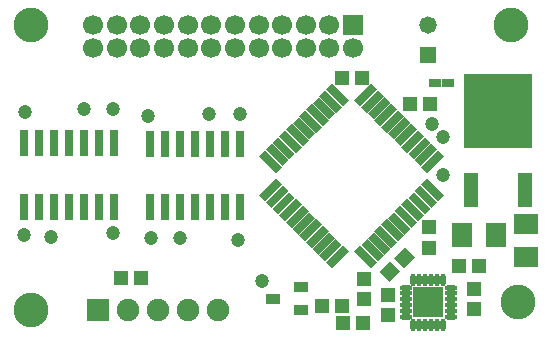
<source format=gbr>
G04 DipTrace 2.4.0.2*
%INTopMask.gbr*%
%MOIN*%
%ADD32R,0.0669X0.0669*%
%ADD33C,0.0669*%
%ADD36C,0.0472*%
%ADD46C,0.116*%
%ADD52R,0.0315X0.0866*%
%ADD54R,0.1043X0.1043*%
%ADD56O,0.0413X0.0197*%
%ADD58O,0.0197X0.0413*%
%ADD60R,0.2264X0.25*%
%ADD62R,0.0472X0.1161*%
%ADD66R,0.0492X0.0335*%
%ADD68C,0.0748*%
%ADD70R,0.0748X0.0748*%
%ADD74R,0.0394X0.0315*%
%ADD76R,0.0579X0.0579*%
%ADD78C,0.0579*%
%ADD80R,0.0787X0.0709*%
%ADD82R,0.0709X0.0787*%
%ADD84R,0.0472X0.0512*%
%ADD86R,0.0512X0.0472*%
%FSLAX44Y44*%
G04*
G70*
G90*
G75*
G01*
%LNTopMask*%
%LPD*%
D86*
X15578Y12905D3*
X16247D3*
D84*
X18479Y7264D3*
Y7934D3*
X19962Y5225D3*
Y5894D3*
D86*
X15599Y4748D3*
X16268D3*
D84*
X17098Y5000D3*
Y5669D3*
X16306Y5556D3*
Y6225D3*
D82*
X20687Y7687D3*
X19585D3*
D80*
X21687Y6937D3*
Y8039D3*
D78*
X18437Y14687D3*
D76*
Y13687D3*
D74*
X19096Y12738D3*
X18663D3*
D46*
X5187Y14687D3*
X21187D3*
X21437Y5437D3*
X5187Y5187D3*
D32*
X15937Y14687D3*
D33*
X15150D3*
X14362D3*
X13575D3*
X12787D3*
X12000D3*
X11213D3*
X10425D3*
X9638D3*
X8850D3*
X8063D3*
X7276D3*
Y13900D3*
X8063D3*
X8850D3*
X9638D3*
X10425D3*
X11213D3*
X12000D3*
X12787D3*
X13575D3*
X14362D3*
X15150D3*
X15937D3*
D70*
X7437Y5187D3*
D68*
X8437D3*
X9437D3*
X10437D3*
X11437D3*
D66*
X14187D3*
Y5935D3*
X13281Y5561D3*
D86*
X17842Y12041D3*
X18511D3*
X8883Y6255D3*
X8214D3*
X15562Y5312D3*
X14893D3*
G36*
X17630Y6587D2*
X17296Y6921D1*
X17658Y7283D1*
X17992Y6949D1*
X17630Y6587D1*
G37*
G36*
X17157Y6114D2*
X16823Y6448D1*
X17185Y6810D1*
X17519Y6476D1*
X17157Y6114D1*
G37*
D86*
X19455Y6642D3*
X20125D3*
D36*
X18562Y11375D3*
X18937Y10937D3*
X12906Y6163D3*
X4987Y11794D3*
X7928Y7745D3*
X9119Y11635D3*
X12105Y7502D3*
X18937Y9687D3*
X10184Y7584D3*
X11151Y11709D3*
X5868Y7616D3*
X6973Y11878D3*
X7927Y11868D3*
X4982Y7675D3*
X12176Y11707D3*
X9205Y7593D3*
G36*
X13006Y8811D2*
X12811Y9006D1*
X13368Y9563D1*
X13563Y9368D1*
X13006Y8811D1*
G37*
G36*
X13229Y8588D2*
X13034Y8783D1*
X13591Y9340D1*
X13786Y9145D1*
X13229Y8588D1*
G37*
G36*
X13451Y8366D2*
X13257Y8561D1*
X13813Y9117D1*
X14008Y8923D1*
X13451Y8366D1*
G37*
G36*
X13674Y8143D2*
X13479Y8338D1*
X14036Y8895D1*
X14231Y8700D1*
X13674Y8143D1*
G37*
G36*
X13897Y7920D2*
X13702Y8115D1*
X14259Y8672D1*
X14454Y8477D1*
X13897Y7920D1*
G37*
G36*
X14120Y7698D2*
X13925Y7892D1*
X14482Y8449D1*
X14676Y8254D1*
X14120Y7698D1*
G37*
G36*
X14342Y7475D2*
X14147Y7670D1*
X14704Y8227D1*
X14899Y8032D1*
X14342Y7475D1*
G37*
G36*
X14565Y7252D2*
X14370Y7447D1*
X14927Y8004D1*
X15122Y7809D1*
X14565Y7252D1*
G37*
G36*
X14788Y7029D2*
X14593Y7224D1*
X15150Y7781D1*
X15345Y7586D1*
X14788Y7029D1*
G37*
G36*
X15010Y6807D2*
X14816Y7002D1*
X15372Y7558D1*
X15567Y7364D1*
X15010Y6807D1*
G37*
G36*
X15233Y6584D2*
X15038Y6779D1*
X15595Y7336D1*
X15790Y7141D1*
X15233Y6584D1*
G37*
G36*
X15985Y7141D2*
X16180Y7336D1*
X16736Y6779D1*
X16542Y6584D1*
X15985Y7141D1*
G37*
G36*
X16208Y7364D2*
X16402Y7558D1*
X16959Y7002D1*
X16764Y6807D1*
X16208Y7364D1*
G37*
G36*
X16430Y7586D2*
X16625Y7781D1*
X17182Y7224D1*
X16987Y7029D1*
X16430Y7586D1*
G37*
G36*
X16653Y7809D2*
X16848Y8004D1*
X17405Y7447D1*
X17210Y7252D1*
X16653Y7809D1*
G37*
G36*
X16876Y8032D2*
X17071Y8227D1*
X17627Y7670D1*
X17432Y7475D1*
X16876Y8032D1*
G37*
G36*
X17098Y8254D2*
X17293Y8449D1*
X17850Y7892D1*
X17655Y7698D1*
X17098Y8254D1*
G37*
G36*
X17321Y8477D2*
X17516Y8672D1*
X18073Y8115D1*
X17878Y7920D1*
X17321Y8477D1*
G37*
G36*
X17544Y8700D2*
X17739Y8895D1*
X18295Y8338D1*
X18101Y8143D1*
X17544Y8700D1*
G37*
G36*
X17767Y8923D2*
X17961Y9117D1*
X18518Y8561D1*
X18323Y8366D1*
X17767Y8923D1*
G37*
G36*
X17989Y9145D2*
X18184Y9340D1*
X18741Y8783D1*
X18546Y8588D1*
X17989Y9145D1*
G37*
G36*
X18212Y9368D2*
X18407Y9563D1*
X18964Y9006D1*
X18769Y8811D1*
X18212Y9368D1*
G37*
G36*
X18407Y9758D2*
X18212Y9953D1*
X18769Y10509D1*
X18964Y10314D1*
X18407Y9758D1*
G37*
G36*
X18184Y9980D2*
X17989Y10175D1*
X18546Y10732D1*
X18741Y10537D1*
X18184Y9980D1*
G37*
G36*
X17961Y10203D2*
X17767Y10398D1*
X18323Y10955D1*
X18518Y10760D1*
X17961Y10203D1*
G37*
G36*
X17739Y10426D2*
X17544Y10621D1*
X18101Y11177D1*
X18295Y10983D1*
X17739Y10426D1*
G37*
G36*
X17516Y10649D2*
X17321Y10843D1*
X17878Y11400D1*
X18073Y11205D1*
X17516Y10649D1*
G37*
G36*
X17293Y10871D2*
X17098Y11066D1*
X17655Y11623D1*
X17850Y11428D1*
X17293Y10871D1*
G37*
G36*
X17071Y11094D2*
X16876Y11289D1*
X17432Y11846D1*
X17627Y11651D1*
X17071Y11094D1*
G37*
G36*
X16848Y11317D2*
X16653Y11512D1*
X17210Y12068D1*
X17405Y11873D1*
X16848Y11317D1*
G37*
G36*
X16625Y11539D2*
X16430Y11734D1*
X16987Y12291D1*
X17182Y12096D1*
X16625Y11539D1*
G37*
G36*
X16402Y11762D2*
X16208Y11957D1*
X16764Y12514D1*
X16959Y12319D1*
X16402Y11762D1*
G37*
G36*
X16180Y11985D2*
X15985Y12180D1*
X16542Y12736D1*
X16736Y12542D1*
X16180Y11985D1*
G37*
G36*
X15038Y12542D2*
X15233Y12736D1*
X15790Y12180D1*
X15595Y11985D1*
X15038Y12542D1*
G37*
G36*
X14816Y12319D2*
X15010Y12514D1*
X15567Y11957D1*
X15372Y11762D1*
X14816Y12319D1*
G37*
G36*
X14593Y12096D2*
X14788Y12291D1*
X15345Y11734D1*
X15150Y11539D1*
X14593Y12096D1*
G37*
G36*
X14370Y11873D2*
X14565Y12068D1*
X15122Y11512D1*
X14927Y11317D1*
X14370Y11873D1*
G37*
G36*
X14147Y11651D2*
X14342Y11846D1*
X14899Y11289D1*
X14704Y11094D1*
X14147Y11651D1*
G37*
G36*
X13925Y11428D2*
X14120Y11623D1*
X14676Y11066D1*
X14482Y10871D1*
X13925Y11428D1*
G37*
G36*
X13702Y11205D2*
X13897Y11400D1*
X14454Y10843D1*
X14259Y10649D1*
X13702Y11205D1*
G37*
G36*
X13479Y10983D2*
X13674Y11177D1*
X14231Y10621D1*
X14036Y10426D1*
X13479Y10983D1*
G37*
G36*
X13257Y10760D2*
X13451Y10955D1*
X14008Y10398D1*
X13813Y10203D1*
X13257Y10760D1*
G37*
G36*
X13034Y10537D2*
X13229Y10732D1*
X13786Y10175D1*
X13591Y9980D1*
X13034Y10537D1*
G37*
G36*
X12811Y10314D2*
X13006Y10509D1*
X13563Y9953D1*
X13368Y9758D1*
X12811Y10314D1*
G37*
D62*
X19886Y9181D3*
X21681D3*
D60*
X20783Y11819D3*
D58*
X18937Y6187D3*
X18740D3*
X18543D3*
X18346D3*
X18150D3*
X17953D3*
D56*
X17697Y5931D3*
Y5734D3*
Y5537D3*
Y5341D3*
Y5144D3*
Y4947D3*
D58*
X17953Y4691D3*
X18150D3*
X18346D3*
X18543D3*
X18740D3*
X18937D3*
D56*
X19193Y4947D3*
Y5144D3*
Y5341D3*
Y5537D3*
Y5734D3*
Y5931D3*
D54*
X18445Y5439D3*
D52*
X7984Y10748D3*
X7484D3*
X6984D3*
X6484D3*
X5984D3*
X5484D3*
X4984D3*
Y8622D3*
X5484D3*
X5984D3*
X6484D3*
X6984D3*
X7484D3*
X7984D3*
X12176Y10726D3*
X11676D3*
X11176D3*
X10676D3*
X10176D3*
X9676D3*
X9176D3*
Y8600D3*
X9676D3*
X10176D3*
X10676D3*
X11176D3*
X11676D3*
X12176D3*
M02*

</source>
